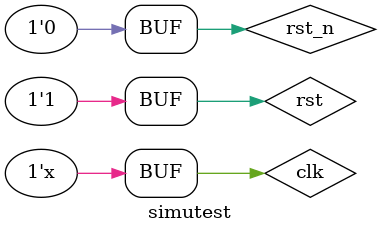
<source format=v>
`timescale 1ns / 1ps


module simutest();
reg clk,rst;
reg [4:0]out;
reg [7:0]led;
initial clk = 0;
always #5 clk = ~clk;
initial
begin
rst = 1;
#55 rst_n = 0;
end
CNT CNT1(.clk(clk),.rst(rst),.led(led));
endmodule

</source>
